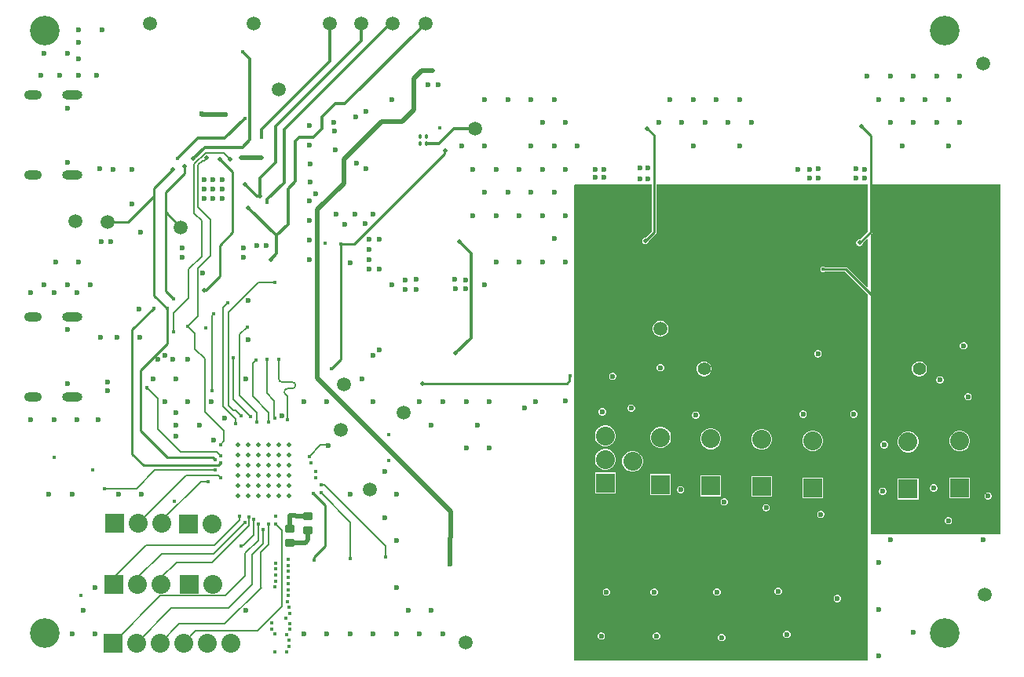
<source format=gbr>
%TF.GenerationSoftware,Altium Limited,Altium Designer,25.6.2 (33)*%
G04 Layer_Physical_Order=4*
G04 Layer_Color=16711680*
%FSLAX45Y45*%
%MOMM*%
%TF.SameCoordinates,2E975FAE-7BB7-4674-B285-B64E5795C48D*%
%TF.FilePolarity,Positive*%
%TF.FileFunction,Copper,L4,Bot,Signal*%
%TF.Part,Single*%
G01*
G75*
%TA.AperFunction,Conductor*%
%ADD10C,0.25400*%
%TA.AperFunction,SMDPad,CuDef*%
G04:AMPARAMS|DCode=15|XSize=0.8mm|YSize=1mm|CornerRadius=0.1mm|HoleSize=0mm|Usage=FLASHONLY|Rotation=270.000|XOffset=0mm|YOffset=0mm|HoleType=Round|Shape=RoundedRectangle|*
%AMROUNDEDRECTD15*
21,1,0.80000,0.80000,0,0,270.0*
21,1,0.60000,1.00000,0,0,270.0*
1,1,0.20000,-0.40000,-0.30000*
1,1,0.20000,-0.40000,0.30000*
1,1,0.20000,0.40000,0.30000*
1,1,0.20000,0.40000,-0.30000*
%
%ADD15ROUNDEDRECTD15*%
%TA.AperFunction,Conductor*%
%ADD56C,0.20320*%
%ADD57C,0.20000*%
%ADD58C,0.50000*%
%ADD59C,0.30000*%
%TA.AperFunction,ComponentPad*%
%ADD71C,1.50000*%
%ADD72C,3.20000*%
%ADD73C,2.03200*%
%ADD74R,2.03200X2.03200*%
%ADD75R,1.40000X1.40000*%
%ADD76C,1.40000*%
%ADD77C,0.60000*%
%ADD78O,2.20000X1.00000*%
%ADD79O,1.90000X1.00000*%
%ADD80R,2.03200X2.03200*%
%TA.AperFunction,ViaPad*%
%ADD81C,0.60000*%
%ADD82C,0.40000*%
%ADD83C,0.50000*%
%ADD84C,0.50800*%
%ADD85C,0.45720*%
G36*
X6846855Y4340000D02*
Y3835152D01*
X6777606Y3765903D01*
X6767896D01*
X6754885Y3760513D01*
X6744927Y3750555D01*
X6739538Y3737544D01*
Y3723461D01*
X6744927Y3710450D01*
X6754885Y3700492D01*
X6767896Y3695103D01*
X6781979D01*
X6794990Y3700492D01*
X6804948Y3710450D01*
X6810338Y3723461D01*
Y3733171D01*
X6886366Y3809199D01*
X6891383Y3816708D01*
X6893145Y3825565D01*
Y4340000D01*
X9172683Y4340000D01*
Y3830414D01*
X9087669Y3745400D01*
X9077959D01*
X9064948Y3740011D01*
X9054990Y3730053D01*
X9049600Y3717042D01*
Y3702959D01*
X9054990Y3689948D01*
X9064948Y3679990D01*
X9077959Y3674600D01*
X9092042D01*
X9105053Y3679990D01*
X9115011Y3689948D01*
X9120400Y3702959D01*
Y3712669D01*
X9160950Y3753218D01*
X9172683Y3748358D01*
Y3236642D01*
X9160950Y3231782D01*
X8953926Y3438806D01*
X8946417Y3443823D01*
X8937560Y3445585D01*
X8710094D01*
X8707806Y3447873D01*
X8696780Y3452440D01*
X8684845D01*
X8673819Y3447873D01*
X8665379Y3439434D01*
X8660812Y3428407D01*
Y3416472D01*
X8665379Y3405446D01*
X8673819Y3397007D01*
X8684845Y3392440D01*
X8696780D01*
X8707806Y3397007D01*
X8710094Y3399295D01*
X8927973D01*
X9172683Y3154586D01*
Y-802454D01*
X6010000D01*
X6006945Y4331017D01*
X6015923Y4340000D01*
X6846855D01*
D02*
G37*
G36*
X10600000Y565824D02*
X9204297D01*
Y3796566D01*
X9219206Y3811474D01*
X9224223Y3818983D01*
X9225985Y3827840D01*
Y4340000D01*
X10600000Y4340000D01*
Y565824D01*
D02*
G37*
%LPC*%
G36*
X6951095Y2870000D02*
X6928714D01*
X6907095Y2864207D01*
X6887713Y2853017D01*
X6871887Y2837191D01*
X6860697Y2817808D01*
X6854904Y2796190D01*
Y2773809D01*
X6860697Y2752191D01*
X6871887Y2732809D01*
X6887713Y2716983D01*
X6907095Y2705792D01*
X6928714Y2700000D01*
X6951095D01*
X6972713Y2705792D01*
X6992095Y2716983D01*
X7007921Y2732809D01*
X7019111Y2752191D01*
X7024904Y2773809D01*
Y2796190D01*
X7019111Y2817808D01*
X7007921Y2837191D01*
X6992095Y2853017D01*
X6972713Y2864207D01*
X6951095Y2870000D01*
D02*
G37*
G36*
X8642957Y2552969D02*
X8627043D01*
X8612342Y2546879D01*
X8601090Y2535627D01*
X8595000Y2520925D01*
Y2505012D01*
X8601090Y2490311D01*
X8612342Y2479059D01*
X8627043Y2472969D01*
X8642957D01*
X8657658Y2479059D01*
X8668910Y2490311D01*
X8675000Y2505012D01*
Y2520925D01*
X8668910Y2535627D01*
X8657658Y2546879D01*
X8642957Y2552969D01*
D02*
G37*
G36*
X6945457Y2402500D02*
X6929544D01*
X6914842Y2396410D01*
X6903590Y2385158D01*
X6897500Y2370457D01*
Y2354544D01*
X6903590Y2339842D01*
X6914842Y2328590D01*
X6929544Y2322500D01*
X6945457D01*
X6960158Y2328590D01*
X6971410Y2339842D01*
X6977500Y2354544D01*
Y2370457D01*
X6971410Y2385158D01*
X6960158Y2396410D01*
X6945457Y2402500D01*
D02*
G37*
G36*
X7418533Y2429992D02*
X7397468D01*
X7377122Y2424540D01*
X7358879Y2414008D01*
X7343985Y2399113D01*
X7333452Y2380871D01*
X7328001Y2360524D01*
Y2339460D01*
X7333452Y2319113D01*
X7343985Y2300871D01*
X7358879Y2285976D01*
X7377122Y2275444D01*
X7397468Y2269992D01*
X7418533D01*
X7438879Y2275444D01*
X7457121Y2285976D01*
X7472016Y2300871D01*
X7482548Y2319113D01*
X7488000Y2339460D01*
Y2360524D01*
X7482548Y2380871D01*
X7472016Y2399113D01*
X7457121Y2414008D01*
X7438879Y2424540D01*
X7418533Y2429992D01*
D02*
G37*
G36*
X6432957Y2310000D02*
X6417044D01*
X6402342Y2303910D01*
X6391090Y2292658D01*
X6385000Y2277957D01*
Y2262043D01*
X6391090Y2247342D01*
X6402342Y2236090D01*
X6417044Y2230000D01*
X6432957D01*
X6447658Y2236090D01*
X6458910Y2247342D01*
X6465000Y2262043D01*
Y2277957D01*
X6458910Y2292658D01*
X6447658Y2303910D01*
X6432957Y2310000D01*
D02*
G37*
G36*
X6630168Y1964138D02*
X6614255D01*
X6599554Y1958049D01*
X6588302Y1946796D01*
X6582212Y1932095D01*
Y1916182D01*
X6588302Y1901480D01*
X6599554Y1890228D01*
X6614255Y1884138D01*
X6630168D01*
X6644870Y1890228D01*
X6656122Y1901480D01*
X6662212Y1916182D01*
Y1932095D01*
X6656122Y1946796D01*
X6644870Y1958049D01*
X6630168Y1964138D01*
D02*
G37*
G36*
X6317941Y1924138D02*
X6302028D01*
X6287326Y1918049D01*
X6276074Y1906797D01*
X6269984Y1892095D01*
Y1876182D01*
X6276074Y1861480D01*
X6287326Y1850228D01*
X6302028Y1844139D01*
X6317941D01*
X6332642Y1850228D01*
X6343894Y1861480D01*
X6349984Y1876182D01*
Y1892095D01*
X6343894Y1906797D01*
X6332642Y1918049D01*
X6317941Y1924138D01*
D02*
G37*
G36*
X9030640Y1900000D02*
X9014726D01*
X9000025Y1893910D01*
X8988773Y1882658D01*
X8982683Y1867957D01*
Y1852044D01*
X8988773Y1837342D01*
X9000025Y1826090D01*
X9014726Y1820000D01*
X9030640D01*
X9045341Y1826090D01*
X9056593Y1837342D01*
X9062683Y1852044D01*
Y1867957D01*
X9056593Y1882658D01*
X9045341Y1893910D01*
X9030640Y1900000D01*
D02*
G37*
G36*
X8483174D02*
X8467261D01*
X8452560Y1893910D01*
X8441307Y1882658D01*
X8435218Y1867957D01*
Y1852044D01*
X8441307Y1837342D01*
X8452560Y1826090D01*
X8467261Y1820000D01*
X8483174D01*
X8497876Y1826090D01*
X8509128Y1837342D01*
X8515218Y1852044D01*
Y1867957D01*
X8509128Y1882658D01*
X8497876Y1893910D01*
X8483174Y1900000D01*
D02*
G37*
G36*
X7326160Y1889138D02*
X7310247D01*
X7295546Y1883049D01*
X7284294Y1871797D01*
X7278204Y1857095D01*
Y1841182D01*
X7284294Y1826480D01*
X7295546Y1815228D01*
X7310247Y1809139D01*
X7326160D01*
X7340862Y1815228D01*
X7352114Y1826480D01*
X7358204Y1841182D01*
Y1857095D01*
X7352114Y1871797D01*
X7340862Y1883049D01*
X7326160Y1889138D01*
D02*
G37*
G36*
X6357193Y1737773D02*
X6327808D01*
X6299424Y1730167D01*
X6273976Y1715475D01*
X6253198Y1694697D01*
X6238506Y1669249D01*
X6230900Y1640865D01*
Y1611480D01*
X6238506Y1583097D01*
X6253198Y1557649D01*
X6273976Y1536871D01*
X6299424Y1522178D01*
X6327808Y1514573D01*
X6357193D01*
X6385576Y1522178D01*
X6411024Y1536871D01*
X6431802Y1557649D01*
X6446495Y1583097D01*
X6454100Y1611480D01*
Y1640865D01*
X6446495Y1669249D01*
X6431802Y1694697D01*
X6411024Y1715475D01*
X6385576Y1730167D01*
X6357193Y1737773D01*
D02*
G37*
G36*
X6954596Y1721129D02*
X6925212D01*
X6896828Y1713523D01*
X6871380Y1698831D01*
X6850602Y1678053D01*
X6835910Y1652605D01*
X6828304Y1624221D01*
Y1594837D01*
X6835910Y1566453D01*
X6850602Y1541005D01*
X6871380Y1520227D01*
X6896828Y1505534D01*
X6925212Y1497929D01*
X6954596D01*
X6982980Y1505534D01*
X7008428Y1520227D01*
X7029206Y1541005D01*
X7043899Y1566453D01*
X7051504Y1594837D01*
Y1624221D01*
X7043899Y1652605D01*
X7029206Y1678053D01*
X7008428Y1698831D01*
X6982980Y1713523D01*
X6954596Y1721129D01*
D02*
G37*
G36*
X7493596Y1705629D02*
X7464211D01*
X7435828Y1698023D01*
X7410380Y1683331D01*
X7389602Y1662553D01*
X7374909Y1637105D01*
X7367304Y1608721D01*
Y1579336D01*
X7374909Y1550953D01*
X7389602Y1525505D01*
X7410380Y1504727D01*
X7435828Y1490034D01*
X7464211Y1482429D01*
X7493596D01*
X7521980Y1490034D01*
X7547428Y1504727D01*
X7568206Y1525505D01*
X7582898Y1550953D01*
X7590504Y1579336D01*
Y1608721D01*
X7582898Y1637105D01*
X7568206Y1662553D01*
X7547428Y1683331D01*
X7521980Y1698023D01*
X7493596Y1705629D01*
D02*
G37*
G36*
X8043596Y1700630D02*
X8014211D01*
X7985828Y1693025D01*
X7960380Y1678332D01*
X7939602Y1657554D01*
X7924909Y1632106D01*
X7917304Y1603723D01*
Y1574338D01*
X7924909Y1545954D01*
X7939602Y1520506D01*
X7960380Y1499728D01*
X7985828Y1485036D01*
X8014211Y1477430D01*
X8043596D01*
X8071980Y1485036D01*
X8097428Y1499728D01*
X8118206Y1520506D01*
X8132898Y1545954D01*
X8140504Y1574338D01*
Y1603723D01*
X8132898Y1632106D01*
X8118206Y1657554D01*
X8097428Y1678332D01*
X8071980Y1693025D01*
X8043596Y1700630D01*
D02*
G37*
G36*
X8593905Y1683961D02*
X8564520D01*
X8536136Y1676356D01*
X8510688Y1661663D01*
X8489910Y1640885D01*
X8475218Y1615437D01*
X8467612Y1587054D01*
Y1557669D01*
X8475218Y1529285D01*
X8489910Y1503837D01*
X8510688Y1483059D01*
X8536136Y1468367D01*
X8564520Y1460761D01*
X8593905D01*
X8622288Y1468367D01*
X8647736Y1483059D01*
X8668514Y1503837D01*
X8683207Y1529285D01*
X8690812Y1557669D01*
Y1587054D01*
X8683207Y1615437D01*
X8668514Y1640885D01*
X8647736Y1661663D01*
X8622288Y1676356D01*
X8593905Y1683961D01*
D02*
G37*
G36*
X6357193Y1483773D02*
X6327808D01*
X6299424Y1476167D01*
X6273976Y1461475D01*
X6253198Y1440697D01*
X6238506Y1415249D01*
X6230900Y1386865D01*
Y1357480D01*
X6238506Y1329097D01*
X6253198Y1303649D01*
X6273976Y1282871D01*
X6299424Y1268178D01*
X6327808Y1260573D01*
X6357193D01*
X6385576Y1268178D01*
X6411024Y1282871D01*
X6431802Y1303649D01*
X6446495Y1329097D01*
X6454100Y1357480D01*
Y1386865D01*
X6446495Y1415249D01*
X6431802Y1440697D01*
X6411024Y1461475D01*
X6385576Y1476167D01*
X6357193Y1483773D01*
D02*
G37*
G36*
X6651597Y1462751D02*
X6622212D01*
X6593828Y1455145D01*
X6568380Y1440453D01*
X6547602Y1419675D01*
X6532910Y1394227D01*
X6525304Y1365843D01*
Y1336459D01*
X6532910Y1308075D01*
X6547602Y1282627D01*
X6568380Y1261849D01*
X6593828Y1247157D01*
X6622212Y1239551D01*
X6651597D01*
X6679980Y1247157D01*
X6705428Y1261849D01*
X6726206Y1282627D01*
X6740899Y1308075D01*
X6748504Y1336459D01*
Y1365843D01*
X6740899Y1394227D01*
X6726206Y1419675D01*
X6705428Y1440453D01*
X6679980Y1455145D01*
X6651597Y1462751D01*
D02*
G37*
G36*
X6454100Y1229773D02*
X6230900D01*
Y1006573D01*
X6454100D01*
Y1229773D01*
D02*
G37*
G36*
X7161876Y1083971D02*
X7145963D01*
X7131262Y1077882D01*
X7120010Y1066630D01*
X7113920Y1051928D01*
Y1036015D01*
X7120010Y1021313D01*
X7131262Y1010061D01*
X7145963Y1003972D01*
X7161876D01*
X7176578Y1010061D01*
X7187830Y1021313D01*
X7193920Y1036015D01*
Y1051928D01*
X7187830Y1066630D01*
X7176578Y1077882D01*
X7161876Y1083971D01*
D02*
G37*
G36*
X7051504Y1213129D02*
X6828304D01*
Y989929D01*
X7051504D01*
Y1213129D01*
D02*
G37*
G36*
X7590504Y1197629D02*
X7367304D01*
Y974429D01*
X7590504D01*
Y1197629D01*
D02*
G37*
G36*
X8140504Y1192630D02*
X7917304D01*
Y969430D01*
X8140504D01*
Y1192630D01*
D02*
G37*
G36*
X8690812Y1175961D02*
X8467612D01*
Y952761D01*
X8690812D01*
Y1175961D01*
D02*
G37*
G36*
X7634897Y955073D02*
X7618983D01*
X7604282Y948983D01*
X7593030Y937731D01*
X7586940Y923029D01*
Y907116D01*
X7593030Y892415D01*
X7604282Y881163D01*
X7618983Y875073D01*
X7634897D01*
X7649598Y881163D01*
X7660850Y892415D01*
X7666940Y907116D01*
Y923029D01*
X7660850Y937731D01*
X7649598Y948983D01*
X7634897Y955073D01*
D02*
G37*
G36*
X8084101Y890000D02*
X8068188D01*
X8053486Y883910D01*
X8042234Y872658D01*
X8036144Y857957D01*
Y842044D01*
X8042234Y827342D01*
X8053486Y816090D01*
X8068188Y810000D01*
X8084101D01*
X8098802Y816090D01*
X8110054Y827342D01*
X8116144Y842044D01*
Y857957D01*
X8110054Y872658D01*
X8098802Y883910D01*
X8084101Y890000D01*
D02*
G37*
G36*
X8676471Y820000D02*
X8660558D01*
X8645856Y813910D01*
X8634604Y802658D01*
X8628514Y787957D01*
Y772043D01*
X8634604Y757342D01*
X8645856Y746090D01*
X8660558Y740000D01*
X8676471D01*
X8691172Y746090D01*
X8702425Y757342D01*
X8708514Y772043D01*
Y787957D01*
X8702425Y802658D01*
X8691172Y813910D01*
X8676471Y820000D01*
D02*
G37*
G36*
X8216139Y-10000D02*
X8200226D01*
X8185524Y-16090D01*
X8174272Y-27342D01*
X8168183Y-42043D01*
Y-57956D01*
X8174272Y-72658D01*
X8185524Y-83910D01*
X8200226Y-90000D01*
X8216139D01*
X8230841Y-83910D01*
X8242093Y-72658D01*
X8248182Y-57956D01*
Y-42043D01*
X8242093Y-27342D01*
X8230841Y-16090D01*
X8216139Y-10000D01*
D02*
G37*
G36*
X7555384Y-19707D02*
X7539471D01*
X7524770Y-25797D01*
X7513517Y-37049D01*
X7507428Y-51751D01*
Y-67664D01*
X7513517Y-82365D01*
X7524770Y-93618D01*
X7539471Y-99707D01*
X7555384D01*
X7570086Y-93618D01*
X7581338Y-82365D01*
X7587428Y-67664D01*
Y-51751D01*
X7581338Y-37049D01*
X7570086Y-25797D01*
X7555384Y-19707D01*
D02*
G37*
G36*
X6879337D02*
X6863424D01*
X6848722Y-25797D01*
X6837470Y-37049D01*
X6831380Y-51751D01*
Y-67664D01*
X6837470Y-82365D01*
X6848722Y-93618D01*
X6863424Y-99707D01*
X6879337D01*
X6894038Y-93618D01*
X6905290Y-82365D01*
X6911380Y-67664D01*
Y-51751D01*
X6905290Y-37049D01*
X6894038Y-25797D01*
X6879337Y-19707D01*
D02*
G37*
G36*
X6365149Y-20163D02*
X6349236D01*
X6334534Y-26252D01*
X6323282Y-37505D01*
X6317193Y-52206D01*
Y-68119D01*
X6323282Y-82821D01*
X6334534Y-94073D01*
X6349236Y-100163D01*
X6365149D01*
X6379851Y-94073D01*
X6391103Y-82821D01*
X6397192Y-68119D01*
Y-52206D01*
X6391103Y-37505D01*
X6379851Y-26252D01*
X6365149Y-20163D01*
D02*
G37*
G36*
X8852874Y-90000D02*
X8836960D01*
X8822259Y-96090D01*
X8811007Y-107342D01*
X8804917Y-122043D01*
Y-137957D01*
X8811007Y-152658D01*
X8822259Y-163910D01*
X8836960Y-170000D01*
X8852874D01*
X8867575Y-163910D01*
X8878827Y-152658D01*
X8884917Y-137957D01*
Y-122043D01*
X8878827Y-107342D01*
X8867575Y-96090D01*
X8852874Y-90000D01*
D02*
G37*
G36*
X8309543Y-477236D02*
X8293630D01*
X8278929Y-483326D01*
X8267676Y-494578D01*
X8261587Y-509280D01*
Y-525193D01*
X8267676Y-539894D01*
X8278929Y-551146D01*
X8293630Y-557236D01*
X8309543D01*
X8324245Y-551146D01*
X8335497Y-539894D01*
X8341587Y-525193D01*
Y-509280D01*
X8335497Y-494578D01*
X8324245Y-483326D01*
X8309543Y-477236D01*
D02*
G37*
G36*
X6904785Y-494141D02*
X6888872D01*
X6874170Y-500231D01*
X6862918Y-511483D01*
X6856828Y-526184D01*
Y-542097D01*
X6862918Y-556799D01*
X6874170Y-568051D01*
X6888872Y-574141D01*
X6904785D01*
X6919486Y-568051D01*
X6930738Y-556799D01*
X6936828Y-542097D01*
Y-526184D01*
X6930738Y-511483D01*
X6919486Y-500231D01*
X6904785Y-494141D01*
D02*
G37*
G36*
X6307381D02*
X6291468D01*
X6276766Y-500231D01*
X6265514Y-511483D01*
X6259424Y-526184D01*
Y-542097D01*
X6265514Y-556799D01*
X6276766Y-568051D01*
X6291468Y-574141D01*
X6307381D01*
X6322082Y-568051D01*
X6333335Y-556799D01*
X6339424Y-542097D01*
Y-526184D01*
X6333335Y-511483D01*
X6322082Y-500231D01*
X6307381Y-494141D01*
D02*
G37*
G36*
X7604298Y-509984D02*
X7588385D01*
X7573683Y-516074D01*
X7562431Y-527326D01*
X7556342Y-542027D01*
Y-557940D01*
X7562431Y-572642D01*
X7573683Y-583894D01*
X7588385Y-589984D01*
X7604298D01*
X7618999Y-583894D01*
X7630252Y-572642D01*
X7636341Y-557940D01*
Y-542027D01*
X7630252Y-527326D01*
X7618999Y-516074D01*
X7604298Y-509984D01*
D02*
G37*
G36*
X10215094Y2640000D02*
X10199181D01*
X10184480Y2633910D01*
X10173228Y2622658D01*
X10167138Y2607956D01*
Y2592043D01*
X10173228Y2577342D01*
X10184480Y2566090D01*
X10199181Y2560000D01*
X10215094D01*
X10229796Y2566090D01*
X10241048Y2577342D01*
X10247138Y2592043D01*
Y2607956D01*
X10241048Y2622658D01*
X10229796Y2633910D01*
X10215094Y2640000D01*
D02*
G37*
G36*
X9740532Y2429992D02*
X9719468D01*
X9699121Y2424540D01*
X9680879Y2414008D01*
X9665984Y2399113D01*
X9655452Y2380871D01*
X9650000Y2360524D01*
Y2339460D01*
X9655452Y2319113D01*
X9665984Y2300871D01*
X9680879Y2285976D01*
X9699121Y2275444D01*
X9719468Y2269992D01*
X9740532D01*
X9760879Y2275444D01*
X9779121Y2285976D01*
X9794016Y2300871D01*
X9804548Y2319113D01*
X9810000Y2339460D01*
Y2360524D01*
X9804548Y2380871D01*
X9794016Y2399113D01*
X9779121Y2414008D01*
X9760879Y2424540D01*
X9740532Y2429992D01*
D02*
G37*
G36*
X9960639Y2270000D02*
X9944726D01*
X9930025Y2263910D01*
X9918773Y2252658D01*
X9912683Y2237957D01*
Y2222044D01*
X9918773Y2207342D01*
X9930025Y2196090D01*
X9944726Y2190000D01*
X9960639D01*
X9975341Y2196090D01*
X9986593Y2207342D01*
X9992683Y2222044D01*
Y2237957D01*
X9986593Y2252658D01*
X9975341Y2263910D01*
X9960639Y2270000D01*
D02*
G37*
G36*
X10261321Y2090000D02*
X10245408D01*
X10230706Y2083910D01*
X10219454Y2072658D01*
X10213364Y2057957D01*
Y2042043D01*
X10219454Y2027342D01*
X10230706Y2016090D01*
X10245408Y2010000D01*
X10261321D01*
X10276022Y2016090D01*
X10287274Y2027342D01*
X10293364Y2042043D01*
Y2057957D01*
X10287274Y2072658D01*
X10276022Y2083910D01*
X10261321Y2090000D01*
D02*
G37*
G36*
X9357957Y1569285D02*
X9342044D01*
X9327342Y1563196D01*
X9316090Y1551944D01*
X9310000Y1537242D01*
Y1521329D01*
X9316090Y1506627D01*
X9327342Y1495375D01*
X9342044Y1489286D01*
X9357957D01*
X9372658Y1495375D01*
X9383910Y1506627D01*
X9390000Y1521329D01*
Y1537242D01*
X9383910Y1551944D01*
X9372658Y1563196D01*
X9357957Y1569285D01*
D02*
G37*
G36*
X10178754Y1681869D02*
X10149370D01*
X10120986Y1674263D01*
X10095538Y1659571D01*
X10074760Y1638793D01*
X10060068Y1613345D01*
X10052462Y1584961D01*
Y1555577D01*
X10060068Y1527193D01*
X10074760Y1501745D01*
X10095538Y1480967D01*
X10120986Y1466274D01*
X10149370Y1458669D01*
X10178754D01*
X10207138Y1466274D01*
X10232586Y1480967D01*
X10253364Y1501745D01*
X10268056Y1527193D01*
X10275662Y1555577D01*
Y1584961D01*
X10268056Y1613345D01*
X10253364Y1638793D01*
X10232586Y1659571D01*
X10207138Y1674263D01*
X10178754Y1681869D01*
D02*
G37*
G36*
X9623156Y1671869D02*
X9593771D01*
X9565388Y1664263D01*
X9539940Y1649571D01*
X9519161Y1628793D01*
X9504469Y1603345D01*
X9496863Y1574961D01*
Y1545577D01*
X9504469Y1517193D01*
X9519161Y1491745D01*
X9539940Y1470967D01*
X9565388Y1456274D01*
X9593771Y1448669D01*
X9623156D01*
X9651539Y1456274D01*
X9676987Y1470967D01*
X9697765Y1491745D01*
X9712458Y1517193D01*
X9720063Y1545577D01*
Y1574961D01*
X9712458Y1603345D01*
X9697765Y1628793D01*
X9676987Y1649571D01*
X9651539Y1664263D01*
X9623156Y1671869D01*
D02*
G37*
G36*
X9893140Y1102269D02*
X9877227D01*
X9862525Y1096179D01*
X9851273Y1084927D01*
X9845183Y1070225D01*
Y1054312D01*
X9851273Y1039611D01*
X9862525Y1028359D01*
X9877227Y1022269D01*
X9893140D01*
X9907841Y1028359D01*
X9919093Y1039611D01*
X9925183Y1054312D01*
Y1070225D01*
X9919093Y1084927D01*
X9907841Y1096179D01*
X9893140Y1102269D01*
D02*
G37*
G36*
X9341101Y1065977D02*
X9325188D01*
X9310487Y1059887D01*
X9299234Y1048635D01*
X9293145Y1033933D01*
Y1018020D01*
X9299234Y1003319D01*
X9310487Y992066D01*
X9325188Y985977D01*
X9341101D01*
X9355803Y992066D01*
X9367055Y1003319D01*
X9373145Y1018020D01*
Y1033933D01*
X9367055Y1048635D01*
X9355803Y1059887D01*
X9341101Y1065977D01*
D02*
G37*
G36*
X10275662Y1173869D02*
X10052462D01*
Y950669D01*
X10275662D01*
Y1173869D01*
D02*
G37*
G36*
X9720063Y1163869D02*
X9496863D01*
Y940669D01*
X9720063D01*
Y1163869D01*
D02*
G37*
G36*
X10477956Y1016717D02*
X10462043D01*
X10447342Y1010627D01*
X10436090Y999375D01*
X10430000Y984673D01*
Y968760D01*
X10436090Y954059D01*
X10447342Y942806D01*
X10462043Y936717D01*
X10477956D01*
X10492658Y942806D01*
X10503910Y954059D01*
X10510000Y968760D01*
Y984673D01*
X10503910Y999375D01*
X10492658Y1010627D01*
X10477956Y1016717D01*
D02*
G37*
G36*
X10049396Y751020D02*
X10033483D01*
X10018782Y744930D01*
X10007529Y733678D01*
X10001440Y718977D01*
Y703064D01*
X10007529Y688362D01*
X10018782Y677110D01*
X10033483Y671020D01*
X10049396D01*
X10064098Y677110D01*
X10075350Y688362D01*
X10081440Y703064D01*
Y718977D01*
X10075350Y733678D01*
X10064098Y744930D01*
X10049396Y751020D01*
D02*
G37*
%LPD*%
D10*
X4608740Y4695512D02*
X4613600Y4700372D01*
X4608740Y4668740D02*
Y4695512D01*
X3491264Y3696221D02*
X3636222D01*
X4608740Y4668740D01*
X3491264Y2456614D02*
Y3696221D01*
X3387447Y2352796D02*
X3491264Y2456614D01*
X3320000Y441055D02*
Y877640D01*
X3194305Y1003335D02*
X3320000Y877640D01*
X3199847Y320901D02*
X3320000Y441055D01*
X2168783Y1306139D02*
X2193783Y1331139D01*
X1366840Y1306139D02*
X2168783D01*
X1242500Y1430479D02*
X1366840Y1306139D01*
X1330679Y1679322D02*
X1616362Y1393639D01*
X2110104D02*
X2132764Y1370979D01*
X1616362Y1393639D02*
X2110104D01*
X3192161Y1003335D02*
X3194305D01*
X1330679Y1679322D02*
Y2335207D01*
X1242500Y1430479D02*
Y2771930D01*
X1599912Y3190459D02*
Y4041754D01*
X1766667Y3875000D01*
X1599912Y4041754D02*
Y4255371D01*
X1475570Y3140987D02*
Y4216858D01*
X978033Y3935931D02*
X1194643D01*
X1475570Y4216858D01*
Y4295941D01*
X1599912Y3190459D02*
X1690000Y3100371D01*
X1599912Y4255371D02*
X1804912Y4460372D01*
X1475570Y3140987D02*
X1616557Y3000000D01*
X1475570Y4295941D02*
X1680000Y4500371D01*
X1804912Y4460372D02*
Y4538371D01*
X6774938Y3730503D02*
X6870000Y3825565D01*
X6795000Y4945000D02*
X6870000Y4870000D01*
Y3825565D02*
Y4870000D01*
X5957207Y2275163D02*
X5960000Y2277957D01*
X5957207Y2221519D02*
Y2275163D01*
X5925688Y2190000D02*
X5957207Y2221519D01*
X4370000Y2190000D02*
X5925688D01*
X8690812Y3422440D02*
X8937560D01*
X9310000Y3050000D01*
X3199847Y287386D02*
Y320901D01*
X2191481Y4613451D02*
X2324912Y4480019D01*
Y3820372D02*
Y4480019D01*
X1616557Y2621085D02*
Y3000000D01*
X2014591Y3197857D02*
Y3200050D01*
X2014912Y3200372D02*
X2034912D01*
X2184912Y3350372D01*
X2014591Y3200050D02*
X2014912Y3200372D01*
X1242500Y2771930D02*
X1475570Y3005000D01*
X1330679Y2335207D02*
X1616557Y2621085D01*
X2184912Y3350372D02*
Y3680372D01*
X9202840Y3827840D02*
Y4864041D01*
X9101240Y4965641D02*
X9202840Y4864041D01*
X9085000Y3710000D02*
X9202840Y3827840D01*
X2184912Y3680372D02*
X2324912Y3820372D01*
D15*
X3136173Y608541D02*
D03*
Y758541D02*
D03*
X2938785Y475438D02*
D03*
Y625438D02*
D03*
D56*
X3276359Y1013032D02*
X3596173Y693218D01*
Y298036D02*
Y693218D01*
X3276359Y1098148D02*
X3313574D01*
X3973156Y438566D01*
X2357497Y1899110D02*
X2417117Y1839490D01*
X2333464Y1899110D02*
X2357497D01*
X2277610Y1954965D02*
X2333464Y1899110D01*
X1989481Y3565552D02*
Y3950891D01*
X1909181Y4031191D02*
X1989481Y3950891D01*
X1849912Y3425983D02*
X1989481Y3565552D01*
X1949912Y4548339D02*
X1999092Y4597518D01*
X1949912Y4092514D02*
Y4548339D01*
Y4092514D02*
X2082481Y3959945D01*
X1981252Y1134083D02*
X2062412D01*
X1563057Y680688D02*
Y715887D01*
X1981252Y1134083D01*
X2154922Y1450000D02*
X2193783Y1411139D01*
X1520000Y1697696D02*
X1767696Y1450000D01*
X2154922D01*
X1488529Y1255579D02*
X2132764D01*
X1289089Y1056139D02*
X1488529Y1255579D01*
X1309057Y680688D02*
X1824507Y1196139D01*
X2168943D02*
X2193783Y1171299D01*
X1824507Y1196139D02*
X2168943D01*
X2590000Y-480000D02*
X2856283Y-213718D01*
X2788814Y672576D02*
X2856283Y605107D01*
Y-213718D02*
Y605107D01*
X2711973Y451973D02*
Y672576D01*
X2630813Y-9705D02*
Y370813D01*
X2711973Y451973D01*
X2536173Y346173D02*
X2656283Y466283D01*
Y618131D01*
X2536173Y26254D02*
Y346173D01*
X2601283Y500438D02*
Y677901D01*
X2442429Y443765D02*
X2550853Y552189D01*
Y728206D01*
X1718148Y260000D02*
X2100443D01*
X2499226Y658783D02*
Y692998D01*
X2100443Y260000D02*
X2499226Y658783D01*
Y692998D02*
X2503405Y697177D01*
X2117055Y353957D02*
X2456283Y693185D01*
X1558105Y353957D02*
X2117055D01*
X2396297Y714297D02*
Y754907D01*
X2124500Y442500D02*
X2396297Y714297D01*
X1392648Y442500D02*
X2124500D01*
X2459066Y358221D02*
X2601283Y500438D01*
X2420000Y440000D02*
X2423766Y443765D01*
X2442429D01*
X2459066Y116647D02*
Y358221D01*
X2503405Y697177D02*
Y753639D01*
X2224103Y1940254D02*
X2356137Y1808220D01*
Y1754558D02*
Y1808220D01*
X2277610Y1954965D02*
Y2958069D01*
X2331481Y2017731D02*
Y2466250D01*
Y2017731D02*
X2516347Y1832864D01*
X2400612Y2721385D02*
X2481727Y2802500D01*
X2400612Y2063808D02*
Y2721385D01*
Y2063808D02*
X2586037Y1878383D01*
Y1778649D02*
Y1878383D01*
X1400000Y2148717D02*
X1520000Y2028717D01*
Y1697696D02*
Y2028717D01*
X946237Y1056139D02*
X1289089D01*
X1690000Y2745000D02*
Y2952902D01*
X1849912Y3112814D02*
Y3425983D01*
X1690000Y2952902D02*
X1849912Y3112814D01*
X1909181Y4031191D02*
Y4558536D01*
X1950000Y2920426D02*
Y3438519D01*
X2082481Y3571000D01*
X1839555Y2809982D02*
X1950000Y2920426D01*
X2082481Y3571000D02*
Y3959945D01*
X1909181Y4558536D02*
X2032164Y4681519D01*
X2277610Y2958069D02*
X2604953Y3285413D01*
X2780813D01*
X2233783Y1571139D02*
Y1678306D01*
X2026585Y1885504D02*
Y2457706D01*
Y1885504D02*
X2233783Y1678306D01*
X2224103Y1940254D02*
Y3013993D01*
X2193783Y1531139D02*
X2233783Y1571139D01*
X2224103Y3013993D02*
X2270110Y3060000D01*
X3973156Y320901D02*
Y438566D01*
X1046390Y26254D02*
Y96242D01*
X1300390Y26254D02*
Y96242D01*
X1554390Y26254D02*
Y96242D01*
X1544063Y-98638D02*
X2243781D01*
X1032695Y-610006D02*
X1544063Y-98638D01*
X2243781D02*
X2459066Y116647D01*
X1554390Y96242D02*
X1718148Y260000D01*
X2014338Y4597518D02*
X2041481Y4624662D01*
X2229912Y4681519D02*
X2297981Y4613451D01*
X2041481Y4624662D02*
Y4626405D01*
X2032164Y4681519D02*
X2229912D01*
X1999092Y4597518D02*
X2014338D01*
X1920000Y2564291D02*
Y2729537D01*
X1839555Y2809982D02*
X1920000Y2729537D01*
Y2564291D02*
X2026585Y2457706D01*
X1400000Y2130453D02*
Y2148717D01*
X2101781Y2923885D02*
X2116481Y2938585D01*
Y2943910D01*
X2101781Y2110000D02*
Y2923885D01*
X1046390Y96242D02*
X1392648Y442500D01*
X1300390Y96242D02*
X1558105Y353957D01*
X1924701Y-480000D02*
X2590000D01*
X2239805Y-403575D02*
X2632244Y-11136D01*
X2630813Y-9705D02*
X2632244Y-11136D01*
X1747126Y-403575D02*
X2239805D01*
X2279919Y-230000D02*
X2536173Y26254D01*
X1666701Y-230000D02*
X2279919D01*
X1286695Y-610006D02*
X1666701Y-230000D01*
X1540695Y-610006D02*
X1747126Y-403575D01*
X1794695Y-610006D02*
X1924701Y-480000D01*
D57*
X2821283Y2242401D02*
G03*
X2856683Y2207001I35400J0D01*
G01*
X2967305Y2136201D02*
G03*
X2967305Y2207001I0J35400D01*
G01*
X2919262Y2136201D02*
G03*
X2894230Y2075770I0J-35400D01*
G01*
X3148783Y1405171D02*
X3271265Y1527654D01*
X3352346D01*
X3360000Y1520000D01*
X2821283Y2242401D02*
Y2385599D01*
X2856683Y2207001D02*
X2967305D01*
X2919262Y2136201D02*
X2967305D01*
X2894230Y2075770D02*
X2917301Y2052699D01*
Y2020000D02*
Y2052699D01*
X2821283Y2385599D02*
Y2455000D01*
X2917301Y1797917D02*
Y2020000D01*
X2696283Y2085339D02*
Y2455000D01*
Y2085339D02*
X2773783Y2007840D01*
Y1819488D02*
Y2007840D01*
X2714912Y1775686D02*
X2716109Y1774490D01*
X2714912Y1775686D02*
Y1880516D01*
X2544912Y2050516D02*
X2714912Y1880516D01*
X2773783Y1819488D02*
X2776283Y1816988D01*
X2544912Y2050516D02*
Y2411050D01*
X2576283Y2442421D01*
D58*
X3240000Y4065456D02*
X3524073Y4349529D01*
X3240000Y2253097D02*
X4680000Y813097D01*
X3240000Y2253097D02*
Y4065456D01*
X4670000Y240000D02*
Y522902D01*
X4680000Y532902D02*
Y813097D01*
X4670000Y522902D02*
X4680000Y532902D01*
X4155034Y5020000D02*
X4279912Y5144878D01*
Y5480119D01*
X3934042Y5020000D02*
X4155034D01*
X4364912Y5565119D02*
X4480550D01*
X4279912Y5480119D02*
X4364912Y5565119D01*
X3524073Y4610031D02*
X3934042Y5020000D01*
X3524073Y4349529D02*
Y4610031D01*
X3083880Y475438D02*
X3106884D01*
X2938785D02*
X3083880D01*
X1990437Y5097895D02*
X2242524D01*
X2243481Y5096938D01*
X2938710Y765529D02*
X3004186D01*
X3011173Y758541D01*
X2938710Y625513D02*
Y765529D01*
Y625513D02*
X2938785Y625438D01*
X3011173Y758541D02*
X3136173D01*
X3106884Y475438D02*
X3136173Y504728D01*
Y608541D01*
X2419843Y4632341D02*
X2634912D01*
X1989481Y5098851D02*
X1990437Y5097895D01*
D59*
X2430360Y4738371D02*
X2512578Y4820590D01*
Y5692317D01*
X2022533Y4738371D02*
X2430360D01*
X2434896Y5770000D02*
X2512578Y5692317D01*
X2239635Y4838158D02*
X2456848Y5055371D01*
X4549015Y4778371D02*
X4714015Y4943371D01*
X4414912Y4778371D02*
X4549015D01*
X4714015Y4943371D02*
X4938290D01*
X2697964Y4144280D02*
Y4178059D01*
X2880000Y4360095D02*
Y4929759D01*
X2697964Y4178059D02*
X2880000Y4360095D01*
X2614333Y4215572D02*
X2618313Y4211593D01*
X2587276Y4215572D02*
X2614333D01*
X2462477Y4340372D02*
X2587276Y4215572D01*
X2618313Y4211593D02*
Y4404370D01*
X2789912Y4575970D01*
X3290000Y5068407D02*
X3429964Y5208371D01*
X3290000Y4940957D02*
Y5068407D01*
X3194414Y4845372D02*
X3290000Y4940957D01*
X3537316Y5208371D02*
X4404100Y6075156D01*
X3429964Y5208371D02*
X3537316D01*
X3040000Y4845372D02*
X3194414D01*
X3000000Y4805372D02*
X3040000Y4845372D01*
X3000000Y4373371D02*
Y4805372D01*
X2920000Y4293371D02*
X3000000Y4373371D01*
X2920000Y3906376D02*
Y4293371D01*
X2799912Y3786289D02*
X2920000Y3906376D01*
X4025397Y6075156D02*
X4050000D01*
X2880000Y4929759D02*
X4025397Y6075156D01*
X2789912Y4967870D02*
X3714912Y5892870D01*
X2789912Y4575970D02*
Y4967870D01*
X3714912Y5892870D02*
Y6075156D01*
X3373223Y5666594D02*
Y6075156D01*
X2639912Y4933283D02*
X3373223Y5666594D01*
X2639912Y4845372D02*
Y4933283D01*
X4770000Y3720000D02*
X4895000Y3595000D01*
Y2685000D02*
Y3595000D01*
X4730000Y2520000D02*
X4895000Y2685000D01*
X1731712Y4619031D02*
X1950839Y4838158D01*
X2239635D01*
X1901481Y4617319D02*
X2022533Y4738371D01*
X4730000Y2520000D02*
X4730000D01*
X2494912Y4090372D02*
X2495829D01*
X2799912Y3591289D02*
Y3786289D01*
X2495829Y4090372D02*
X2799912Y3786289D01*
X2734912Y3526289D02*
X2799912Y3591289D01*
D71*
X10416440Y5647440D02*
D03*
X10430000Y-83910D02*
D03*
X4840000Y-600000D02*
D03*
X6939904Y2785000D02*
D03*
X2554913Y6075156D02*
D03*
X1434065D02*
D03*
X2823006Y5365700D02*
D03*
X978033Y3935931D02*
D03*
X1766667Y3875000D02*
D03*
X3373223Y6075156D02*
D03*
X4050000D02*
D03*
X3714912D02*
D03*
X4404100D02*
D03*
X4168143Y1879824D02*
D03*
X3803662Y1044851D02*
D03*
X3491264Y1693058D02*
D03*
X4938290Y4943371D02*
D03*
X3524073Y2178717D02*
D03*
X8230000Y4060000D02*
D03*
X10500000Y4087440D02*
D03*
X630584Y3945371D02*
D03*
D72*
X302747Y-499994D02*
D03*
X300000Y6000000D02*
D03*
X10000000D02*
D03*
Y-500000D02*
D03*
D73*
X2108586Y26254D02*
D03*
X1554390D02*
D03*
X1300390D02*
D03*
X2100695Y674137D02*
D03*
X1563057Y680688D02*
D03*
X1309057D02*
D03*
X2302695Y-610006D02*
D03*
X2048695D02*
D03*
X1794695D02*
D03*
X1540695D02*
D03*
X1286695D02*
D03*
X10164062Y1570269D02*
D03*
Y1316269D02*
D03*
X9608463Y1560269D02*
D03*
Y1306269D02*
D03*
X8579212Y1572361D02*
D03*
Y1318361D02*
D03*
X8028904Y1589030D02*
D03*
Y1335030D02*
D03*
X7478904Y1594029D02*
D03*
Y1340029D02*
D03*
X6939904Y1609529D02*
D03*
Y1355529D02*
D03*
X6636904Y1351151D02*
D03*
X6342500Y1626173D02*
D03*
Y1372173D02*
D03*
D74*
X1854586Y26254D02*
D03*
X1046390D02*
D03*
X1846695Y674137D02*
D03*
X1055057Y680688D02*
D03*
X1032695Y-610006D02*
D03*
D75*
X7908000Y2349992D02*
D03*
X10230000D02*
D03*
D76*
X7408000D02*
D03*
X9730000D02*
D03*
D77*
X544912Y4580372D02*
D03*
Y5160371D02*
D03*
X544913Y2190000D02*
D03*
Y2770000D02*
D03*
D78*
X594912Y5302872D02*
D03*
Y4437871D02*
D03*
X594912Y2912500D02*
D03*
Y2047500D02*
D03*
D79*
X174912Y4437871D02*
D03*
Y5302872D02*
D03*
X174913Y2047500D02*
D03*
Y2912500D02*
D03*
D80*
X10164062Y1062269D02*
D03*
X9608463Y1052269D02*
D03*
X8579212Y1064361D02*
D03*
X8028904Y1081030D02*
D03*
X7478904Y1086029D02*
D03*
X6939904Y1101529D02*
D03*
X6636904Y1097151D02*
D03*
X6342500Y1118173D02*
D03*
D81*
X3154831Y3526289D02*
D03*
Y3741288D02*
D03*
Y3951289D02*
D03*
X3591840Y3492619D02*
D03*
X3360000Y1520000D02*
D03*
X4670000Y240000D02*
D03*
X4041439Y5255419D02*
D03*
X3764912Y5128371D02*
D03*
X3664929Y4569971D02*
D03*
X3764912Y4508371D02*
D03*
X3841840Y2492619D02*
D03*
X4723353Y3215372D02*
D03*
X4720000Y3314817D02*
D03*
X4537450Y5418371D02*
D03*
X3654912Y5068371D02*
D03*
X3841840Y1992619D02*
D03*
X3716840Y2242619D02*
D03*
X4466840Y1742619D02*
D03*
X4341840Y1992619D02*
D03*
X4591840D02*
D03*
X4301176Y3205770D02*
D03*
Y3314817D02*
D03*
X4184881Y3311125D02*
D03*
X1709447Y1879824D02*
D03*
X1715433Y1626173D02*
D03*
X5591840Y1992619D02*
D03*
X5091840D02*
D03*
X4966840Y1742619D02*
D03*
X5091840Y1492619D02*
D03*
X4841840Y1992619D02*
D03*
Y1492619D02*
D03*
X4466840Y-257381D02*
D03*
X4591840Y-507381D02*
D03*
X4216840Y-257381D02*
D03*
X4341840Y-507381D02*
D03*
X3966840Y1242619D02*
D03*
X4091840Y992619D02*
D03*
X3966840Y742619D02*
D03*
X4091840Y492619D02*
D03*
Y-7381D02*
D03*
Y-507381D02*
D03*
X3841840D02*
D03*
X3591840Y992619D02*
D03*
Y-507381D02*
D03*
X3216840Y4242619D02*
D03*
X3341840Y1992619D02*
D03*
Y-507381D02*
D03*
X3091840Y1992619D02*
D03*
Y-507381D02*
D03*
X2466840Y2242619D02*
D03*
Y-257381D02*
D03*
X2091840Y1992619D02*
D03*
X1966840Y1742619D02*
D03*
X1716840Y2242619D02*
D03*
X1841840Y1992619D02*
D03*
X1716840Y1742619D02*
D03*
X1591840Y2492619D02*
D03*
X1466840Y2242619D02*
D03*
X1591840Y1992619D02*
D03*
X1341840Y992619D02*
D03*
X1091840D02*
D03*
X841840Y-7381D02*
D03*
X716840Y-257381D02*
D03*
X841840Y-507381D02*
D03*
X591840Y992619D02*
D03*
Y-507381D02*
D03*
X341840Y992619D02*
D03*
X2489912Y2663581D02*
D03*
X3532673Y3912871D02*
D03*
X3750000Y3916220D02*
D03*
X3837197Y4019774D02*
D03*
X3645895Y4020372D02*
D03*
X3438532Y4019774D02*
D03*
X2494813Y3091294D02*
D03*
X3425543Y4918371D02*
D03*
X3429964Y4713371D02*
D03*
X8635000Y2512969D02*
D03*
X6937500Y2362500D02*
D03*
X6309984Y1884138D02*
D03*
X6622212Y1924138D02*
D03*
X7318204Y1849139D02*
D03*
X8475218Y1860000D02*
D03*
X9022683D02*
D03*
X8668514Y780000D02*
D03*
X8076144Y850000D02*
D03*
X7153920Y1043971D02*
D03*
X7626940Y915073D02*
D03*
X6357193Y-60163D02*
D03*
X6871380Y-59707D02*
D03*
X7547428D02*
D03*
X8208182Y-50000D02*
D03*
X8844917Y-130000D02*
D03*
X8301587Y-517236D02*
D03*
X7596341Y-549984D02*
D03*
X6896828Y-534141D02*
D03*
X6299424D02*
D03*
X9333145Y1025977D02*
D03*
X10041440Y711020D02*
D03*
X9952683Y2230000D02*
D03*
X9350000Y1529285D02*
D03*
X9885183Y1062269D02*
D03*
X10470000Y976717D02*
D03*
X10207138Y2600000D02*
D03*
X10253364Y2050000D02*
D03*
X8041440Y4005419D02*
D03*
X8166440Y3755419D02*
D03*
X8041440Y3505419D02*
D03*
X8166440Y3255419D02*
D03*
X8041440Y3005419D02*
D03*
X7791440Y4005419D02*
D03*
X7916440Y3755419D02*
D03*
X10291440Y4005419D02*
D03*
X10416440Y3755419D02*
D03*
X10291440Y3505419D02*
D03*
X10416440Y3255419D02*
D03*
X10041440Y4005419D02*
D03*
X10166440Y3755419D02*
D03*
X10416440Y505419D02*
D03*
X10166440Y5505419D02*
D03*
X10041440Y5255419D02*
D03*
X10166440Y5005419D02*
D03*
X10041440Y4755419D02*
D03*
X9916440Y5505419D02*
D03*
X9791440Y5255419D02*
D03*
X9916440Y5005419D02*
D03*
X9666440Y5505419D02*
D03*
X9541440Y5255419D02*
D03*
X9666440Y5005419D02*
D03*
X9541440Y4755419D02*
D03*
X9666440Y-494581D02*
D03*
X9416440Y5505419D02*
D03*
X9291440Y5255419D02*
D03*
X9416440Y5005419D02*
D03*
Y505419D02*
D03*
X9291440Y255419D02*
D03*
Y-244581D02*
D03*
Y-744581D02*
D03*
X9166440Y5505419D02*
D03*
X8416440Y4505419D02*
D03*
X7791440Y5255419D02*
D03*
X7916440Y5005419D02*
D03*
X7791440Y4755419D02*
D03*
X7541440Y5255419D02*
D03*
X7666440Y5005419D02*
D03*
X7291440Y5255419D02*
D03*
X7416440Y5005419D02*
D03*
X7291440Y4755419D02*
D03*
X7041440Y5255419D02*
D03*
X7166440Y5005419D02*
D03*
X6916440D02*
D03*
X6041440Y4755419D02*
D03*
X5791440Y5255419D02*
D03*
X5916440Y5005419D02*
D03*
X5791440Y4755419D02*
D03*
X5916440Y4505419D02*
D03*
X5791440Y4255419D02*
D03*
X5916440Y4005419D02*
D03*
X5791440Y3755419D02*
D03*
X5916440Y3505419D02*
D03*
Y2005419D02*
D03*
X5541440Y5255419D02*
D03*
X5666440Y5005419D02*
D03*
X5541440Y4755419D02*
D03*
X5666440Y4505419D02*
D03*
X5541440Y4255419D02*
D03*
X5666440Y4005419D02*
D03*
Y3505419D02*
D03*
X5291440Y5255419D02*
D03*
X5416440Y4505419D02*
D03*
X5291440Y4255419D02*
D03*
X5416440Y4005419D02*
D03*
Y3505419D02*
D03*
X5041439Y5255419D02*
D03*
Y4755419D02*
D03*
X5166440Y4505419D02*
D03*
X5041439Y4255419D02*
D03*
X5166440Y4005419D02*
D03*
Y3505419D02*
D03*
X5041439Y3255419D02*
D03*
X4791439Y4755419D02*
D03*
X4916439Y4505419D02*
D03*
Y4005419D02*
D03*
X4041439Y3255419D02*
D03*
X3416439Y5005419D02*
D03*
X916439Y6005419D02*
D03*
X791439Y3255419D02*
D03*
X666439Y6005419D02*
D03*
X541439Y5755419D02*
D03*
X666439Y3505419D02*
D03*
X541439Y3255419D02*
D03*
X291439Y5755419D02*
D03*
X416439Y3505419D02*
D03*
X291439Y3255419D02*
D03*
X6804948Y4403210D02*
D03*
Y4516755D02*
D03*
X6720000Y4403210D02*
D03*
X6720500Y4516755D02*
D03*
X6235000Y4418354D02*
D03*
Y4497440D02*
D03*
X6329560Y4418354D02*
D03*
Y4497440D02*
D03*
X8545000Y4410000D02*
D03*
Y4505000D02*
D03*
X8635000Y4410000D02*
D03*
X8636278Y4510000D02*
D03*
X9135000Y4410000D02*
D03*
Y4505000D02*
D03*
X9046341Y4410000D02*
D03*
Y4510000D02*
D03*
X4839490Y3215372D02*
D03*
Y3311125D02*
D03*
X4184881Y3205770D02*
D03*
X2856283Y1841645D02*
D03*
X2123695Y1576946D02*
D03*
X2236950Y1819145D02*
D03*
X3800000Y3750000D02*
D03*
X4427412Y5418371D02*
D03*
X2243481Y5096938D02*
D03*
X1330679Y3823788D02*
D03*
X1784412Y3555371D02*
D03*
Y3655371D02*
D03*
X2114912Y4190372D02*
D03*
X2014912Y4290372D02*
D03*
Y4390371D02*
D03*
X1317263Y2991250D02*
D03*
X5469104Y1924138D02*
D03*
X1320000Y2690000D02*
D03*
X3800000Y3530000D02*
D03*
Y3640000D02*
D03*
X3910000Y3430000D02*
D03*
X3800000D02*
D03*
X3910000Y3750000D02*
D03*
X1840000Y2450000D02*
D03*
X875000Y1800000D02*
D03*
X650000D02*
D03*
X400000D02*
D03*
X150000D02*
D03*
X650000Y3175000D02*
D03*
X400000D02*
D03*
X150000D02*
D03*
X972712Y2210000D02*
D03*
Y2113744D02*
D03*
X1075012Y2692500D02*
D03*
X900000Y2690000D02*
D03*
X1520000Y2450000D02*
D03*
X1680000D02*
D03*
X1009912Y3720758D02*
D03*
X910000Y3725000D02*
D03*
X3083880Y475438D02*
D03*
X3904912Y2550000D02*
D03*
X6425000Y2270000D02*
D03*
X2004912Y3385371D02*
D03*
X2584912Y3680372D02*
D03*
X2684912D02*
D03*
X3157331Y4564432D02*
D03*
X2442412Y3555371D02*
D03*
Y3655371D02*
D03*
X1242263Y4505371D02*
D03*
Y4131589D02*
D03*
X859912Y5520371D02*
D03*
X659912D02*
D03*
Y5695372D02*
D03*
Y5870372D02*
D03*
X459912Y5520371D02*
D03*
X3152331Y4765371D02*
D03*
X3157331Y4362872D02*
D03*
X3154831Y4163789D02*
D03*
X3152331Y4972871D02*
D03*
X2114912Y4290372D02*
D03*
X2214912D02*
D03*
Y4190372D02*
D03*
X2014912D02*
D03*
X2114912Y4390371D02*
D03*
X2214912D02*
D03*
X1989481Y5098851D02*
D03*
X259912Y5520371D02*
D03*
X889912Y4509972D02*
D03*
X1037712Y4505371D02*
D03*
D82*
X3387447Y2352796D02*
D03*
X2456848Y5055371D02*
D03*
X4011014Y1640865D02*
D03*
X4005532Y1362334D02*
D03*
X3324383Y3707102D02*
D03*
X2417117Y1839490D02*
D03*
X2917301Y1797917D02*
D03*
X2132764Y1255579D02*
D03*
X2062412Y1134083D02*
D03*
X3276359Y1098148D02*
D03*
X2601283Y677901D02*
D03*
X2711973Y672576D02*
D03*
X2788814D02*
D03*
Y754907D02*
D03*
X2656283Y618131D02*
D03*
X2420000Y440000D02*
D03*
X2550853Y728206D02*
D03*
X3221173Y1174324D02*
D03*
X2396297Y754907D02*
D03*
X2456283Y693185D02*
D03*
X2503405Y753639D02*
D03*
X3192161Y1003335D02*
D03*
X3276359Y1013032D02*
D03*
X2356137Y1754558D02*
D03*
X2516347Y1832864D02*
D03*
X2586037Y1778649D02*
D03*
X2716109Y1774490D02*
D03*
X2776283Y1816988D02*
D03*
X3216840Y1242619D02*
D03*
X817212Y1255579D02*
D03*
X2697964Y4144280D02*
D03*
X2639912Y4845372D02*
D03*
X2132764Y1370979D02*
D03*
X3148783Y1405171D02*
D03*
X4559194Y4946931D02*
D03*
X5960000Y2277957D02*
D03*
X8690812Y3422440D02*
D03*
X9310000Y3050000D02*
D03*
X1693371Y916041D02*
D03*
X3973156Y320901D02*
D03*
X3199847Y287386D02*
D03*
X687412Y-93636D02*
D03*
X2746870Y-391942D02*
D03*
X2745542Y-457328D02*
D03*
X2778598Y-513759D02*
D03*
X2778598Y-701560D02*
D03*
X2906709Y-707511D02*
D03*
X2929767Y-646311D02*
D03*
Y-580911D02*
D03*
X2906709Y-519711D02*
D03*
X2938936Y-462803D02*
D03*
X2939528Y-397405D02*
D03*
X2900369Y-345025D02*
D03*
X2792228Y253653D02*
D03*
Y188253D02*
D03*
Y122853D02*
D03*
Y57453D02*
D03*
X2777663Y-6305D02*
D03*
X2939769Y-291402D02*
D03*
X2934311Y-226230D02*
D03*
X2914880Y-163783D02*
D03*
X2924767Y-99135D02*
D03*
X2920398Y-33881D02*
D03*
X2920338Y31519D02*
D03*
Y96919D02*
D03*
Y162319D02*
D03*
Y227719D02*
D03*
Y293119D02*
D03*
X3491264Y3696221D02*
D03*
X3173695Y1331139D02*
D03*
X3596173Y298036D02*
D03*
X1731712Y4619031D02*
D03*
X2434896Y5770000D02*
D03*
X1690000Y2745000D02*
D03*
X2331481Y2466250D02*
D03*
X1839555Y2809982D02*
D03*
X1400000Y2148717D02*
D03*
X1475570Y3005000D02*
D03*
X1690000Y3100371D02*
D03*
X1616557Y3000000D02*
D03*
X2032231Y2788250D02*
D03*
X2193783Y1531139D02*
D03*
Y1411139D02*
D03*
X2101781Y2110000D02*
D03*
X2116481Y2943910D02*
D03*
X397412Y1394680D02*
D03*
X2193783Y1331139D02*
D03*
X946237Y1056139D02*
D03*
X2193783Y1171299D02*
D03*
X2938710Y765529D02*
D03*
X2576283Y2442421D02*
D03*
X2270110Y3060000D02*
D03*
X2481727Y2802500D02*
D03*
X2780813Y3285413D02*
D03*
X2696283Y2455000D02*
D03*
X2821283D02*
D03*
D83*
X4480550Y5565119D02*
D03*
X2931283Y976139D02*
D03*
X2821283D02*
D03*
X2711283D02*
D03*
X2601283D02*
D03*
X2491283D02*
D03*
X2381283D02*
D03*
X2931283Y1086139D02*
D03*
X2821283D02*
D03*
X2711283D02*
D03*
X2601283D02*
D03*
X2491283D02*
D03*
X2381283D02*
D03*
X2931283Y1196139D02*
D03*
X2821283D02*
D03*
X2711283D02*
D03*
X2601283D02*
D03*
X2491283D02*
D03*
X2381283D02*
D03*
X2931283Y1306139D02*
D03*
X2821283D02*
D03*
X2711283D02*
D03*
X2601283D02*
D03*
X2491283D02*
D03*
X2381283D02*
D03*
X2931283Y1416139D02*
D03*
X2821283D02*
D03*
X2711283D02*
D03*
X2601283D02*
D03*
X2491283D02*
D03*
X2381283D02*
D03*
X2931283Y1526139D02*
D03*
X2821283D02*
D03*
X2711283D02*
D03*
X2601283D02*
D03*
X2491283D02*
D03*
X2381283D02*
D03*
X1680000Y4500371D02*
D03*
D84*
X2618313Y4211593D02*
D03*
X2041481Y4626405D02*
D03*
X1901481Y4617319D02*
D03*
X1804912Y4538371D02*
D03*
X2191481Y4613451D02*
D03*
X2014591Y3197857D02*
D03*
X9101240Y4965641D02*
D03*
X9085000Y3710000D02*
D03*
X6795000Y4945000D02*
D03*
X6774938Y3730503D02*
D03*
X6394091Y3412088D02*
D03*
X4370000Y2190000D02*
D03*
X4613600Y4700372D02*
D03*
X4730000Y2520000D02*
D03*
X4770000Y3720000D02*
D03*
X2494912Y4090372D02*
D03*
X2734912Y3526289D02*
D03*
X2419843Y4632341D02*
D03*
X2462477Y4340372D02*
D03*
X2634912Y4632341D02*
D03*
X2297981Y4613451D02*
D03*
D85*
X4414912Y4778371D02*
D03*
Y4858371D02*
D03*
X4344912D02*
D03*
Y4778371D02*
D03*
%TF.MD5,2c5cf0a33cb75e7b8ac985ed26a6a041*%
M02*

</source>
